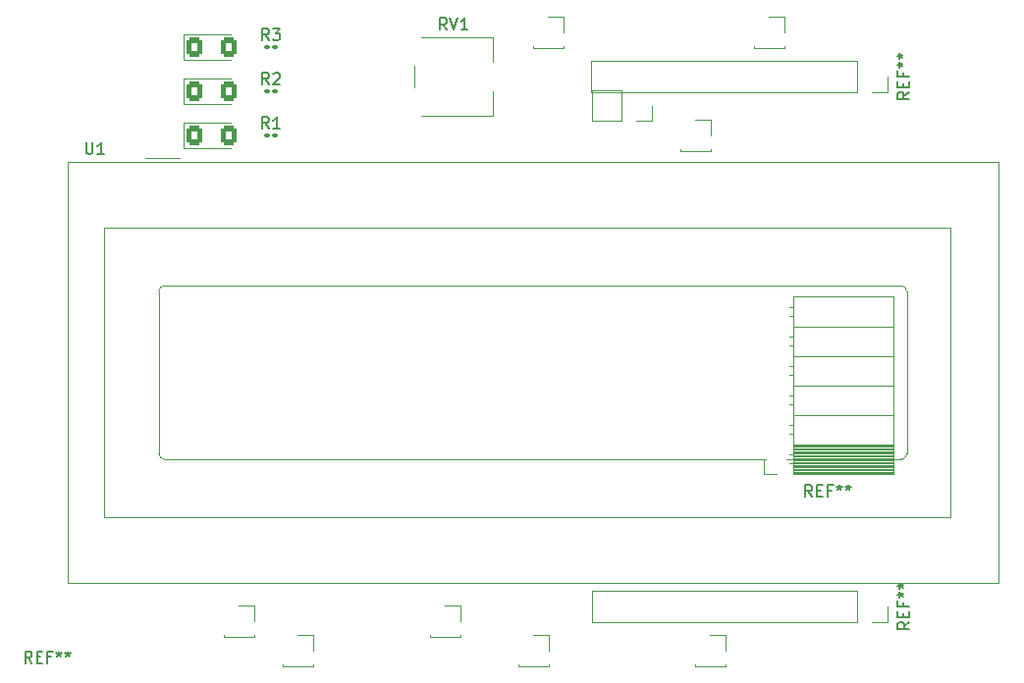
<source format=gto>
%TF.GenerationSoftware,KiCad,Pcbnew,(6.0.4-0)*%
%TF.CreationDate,2022-04-09T01:41:43-04:00*%
%TF.ProjectId,msp_stuff,6d73705f-7374-4756-9666-2e6b69636164,rev?*%
%TF.SameCoordinates,Original*%
%TF.FileFunction,Legend,Top*%
%TF.FilePolarity,Positive*%
%FSLAX46Y46*%
G04 Gerber Fmt 4.6, Leading zero omitted, Abs format (unit mm)*
G04 Created by KiCad (PCBNEW (6.0.4-0)) date 2022-04-09 01:41:43*
%MOMM*%
%LPD*%
G01*
G04 APERTURE LIST*
G04 Aperture macros list*
%AMRoundRect*
0 Rectangle with rounded corners*
0 $1 Rounding radius*
0 $2 $3 $4 $5 $6 $7 $8 $9 X,Y pos of 4 corners*
0 Add a 4 corners polygon primitive as box body*
4,1,4,$2,$3,$4,$5,$6,$7,$8,$9,$2,$3,0*
0 Add four circle primitives for the rounded corners*
1,1,$1+$1,$2,$3*
1,1,$1+$1,$4,$5*
1,1,$1+$1,$6,$7*
1,1,$1+$1,$8,$9*
0 Add four rect primitives between the rounded corners*
20,1,$1+$1,$2,$3,$4,$5,0*
20,1,$1+$1,$4,$5,$6,$7,0*
20,1,$1+$1,$6,$7,$8,$9,0*
20,1,$1+$1,$8,$9,$2,$3,0*%
G04 Aperture macros list end*
%ADD10C,0.150000*%
%ADD11C,0.120000*%
%ADD12C,3.000000*%
%ADD13R,1.800000X2.600000*%
%ADD14O,1.800000X2.600000*%
%ADD15R,1.700000X1.700000*%
%ADD16O,1.700000X1.700000*%
%ADD17RoundRect,0.250001X-0.462499X-0.624999X0.462499X-0.624999X0.462499X0.624999X-0.462499X0.624999X0*%
%ADD18RoundRect,0.100000X-0.130000X-0.100000X0.130000X-0.100000X0.130000X0.100000X-0.130000X0.100000X0*%
%ADD19R,2.500000X2.000000*%
%ADD20C,2.000000*%
G04 APERTURE END LIST*
D10*
%TO.C,U1*%
X85878095Y-106014880D02*
X85878095Y-106824404D01*
X85925714Y-106919642D01*
X85973333Y-106967261D01*
X86068571Y-107014880D01*
X86259047Y-107014880D01*
X86354285Y-106967261D01*
X86401904Y-106919642D01*
X86449523Y-106824404D01*
X86449523Y-106014880D01*
X87449523Y-107014880D02*
X86878095Y-107014880D01*
X87163809Y-107014880D02*
X87163809Y-106014880D01*
X87068571Y-106157738D01*
X86973333Y-106252976D01*
X86878095Y-106300595D01*
%TO.C,REF\u002A\u002A*%
X156862380Y-101663333D02*
X156386190Y-101996666D01*
X156862380Y-102234761D02*
X155862380Y-102234761D01*
X155862380Y-101853809D01*
X155910000Y-101758571D01*
X155957619Y-101710952D01*
X156052857Y-101663333D01*
X156195714Y-101663333D01*
X156290952Y-101710952D01*
X156338571Y-101758571D01*
X156386190Y-101853809D01*
X156386190Y-102234761D01*
X156338571Y-101234761D02*
X156338571Y-100901428D01*
X156862380Y-100758571D02*
X156862380Y-101234761D01*
X155862380Y-101234761D01*
X155862380Y-100758571D01*
X156338571Y-99996666D02*
X156338571Y-100330000D01*
X156862380Y-100330000D02*
X155862380Y-100330000D01*
X155862380Y-99853809D01*
X155862380Y-99330000D02*
X156100476Y-99330000D01*
X156005238Y-99568095D02*
X156100476Y-99330000D01*
X156005238Y-99091904D01*
X156290952Y-99472857D02*
X156100476Y-99330000D01*
X156290952Y-99187142D01*
X155862380Y-98568095D02*
X156100476Y-98568095D01*
X156005238Y-98806190D02*
X156100476Y-98568095D01*
X156005238Y-98330000D01*
X156290952Y-98710952D02*
X156100476Y-98568095D01*
X156290952Y-98425238D01*
X156892380Y-147383333D02*
X156416190Y-147716666D01*
X156892380Y-147954761D02*
X155892380Y-147954761D01*
X155892380Y-147573809D01*
X155940000Y-147478571D01*
X155987619Y-147430952D01*
X156082857Y-147383333D01*
X156225714Y-147383333D01*
X156320952Y-147430952D01*
X156368571Y-147478571D01*
X156416190Y-147573809D01*
X156416190Y-147954761D01*
X156368571Y-146954761D02*
X156368571Y-146621428D01*
X156892380Y-146478571D02*
X156892380Y-146954761D01*
X155892380Y-146954761D01*
X155892380Y-146478571D01*
X156368571Y-145716666D02*
X156368571Y-146050000D01*
X156892380Y-146050000D02*
X155892380Y-146050000D01*
X155892380Y-145573809D01*
X155892380Y-145050000D02*
X156130476Y-145050000D01*
X156035238Y-145288095D02*
X156130476Y-145050000D01*
X156035238Y-144811904D01*
X156320952Y-145192857D02*
X156130476Y-145050000D01*
X156320952Y-144907142D01*
X155892380Y-144288095D02*
X156130476Y-144288095D01*
X156035238Y-144526190D02*
X156130476Y-144288095D01*
X156035238Y-144050000D01*
X156320952Y-144430952D02*
X156130476Y-144288095D01*
X156320952Y-144145238D01*
X148506666Y-136547380D02*
X148173333Y-136071190D01*
X147935238Y-136547380D02*
X147935238Y-135547380D01*
X148316190Y-135547380D01*
X148411428Y-135595000D01*
X148459047Y-135642619D01*
X148506666Y-135737857D01*
X148506666Y-135880714D01*
X148459047Y-135975952D01*
X148411428Y-136023571D01*
X148316190Y-136071190D01*
X147935238Y-136071190D01*
X148935238Y-136023571D02*
X149268571Y-136023571D01*
X149411428Y-136547380D02*
X148935238Y-136547380D01*
X148935238Y-135547380D01*
X149411428Y-135547380D01*
X150173333Y-136023571D02*
X149840000Y-136023571D01*
X149840000Y-136547380D02*
X149840000Y-135547380D01*
X150316190Y-135547380D01*
X150840000Y-135547380D02*
X150840000Y-135785476D01*
X150601904Y-135690238D02*
X150840000Y-135785476D01*
X151078095Y-135690238D01*
X150697142Y-135975952D02*
X150840000Y-135785476D01*
X150982857Y-135975952D01*
X151601904Y-135547380D02*
X151601904Y-135785476D01*
X151363809Y-135690238D02*
X151601904Y-135785476D01*
X151840000Y-135690238D01*
X151459047Y-135975952D02*
X151601904Y-135785476D01*
X151744761Y-135975952D01*
%TO.C,R2*%
X101650833Y-101002380D02*
X101317500Y-100526190D01*
X101079404Y-101002380D02*
X101079404Y-100002380D01*
X101460357Y-100002380D01*
X101555595Y-100050000D01*
X101603214Y-100097619D01*
X101650833Y-100192857D01*
X101650833Y-100335714D01*
X101603214Y-100430952D01*
X101555595Y-100478571D01*
X101460357Y-100526190D01*
X101079404Y-100526190D01*
X102031785Y-100097619D02*
X102079404Y-100050000D01*
X102174642Y-100002380D01*
X102412738Y-100002380D01*
X102507976Y-100050000D01*
X102555595Y-100097619D01*
X102603214Y-100192857D01*
X102603214Y-100288095D01*
X102555595Y-100430952D01*
X101984166Y-101002380D01*
X102603214Y-101002380D01*
%TO.C,RV1*%
X116999761Y-96282380D02*
X116666428Y-95806190D01*
X116428333Y-96282380D02*
X116428333Y-95282380D01*
X116809285Y-95282380D01*
X116904523Y-95330000D01*
X116952142Y-95377619D01*
X116999761Y-95472857D01*
X116999761Y-95615714D01*
X116952142Y-95710952D01*
X116904523Y-95758571D01*
X116809285Y-95806190D01*
X116428333Y-95806190D01*
X117285476Y-95282380D02*
X117618809Y-96282380D01*
X117952142Y-95282380D01*
X118809285Y-96282380D02*
X118237857Y-96282380D01*
X118523571Y-96282380D02*
X118523571Y-95282380D01*
X118428333Y-95425238D01*
X118333095Y-95520476D01*
X118237857Y-95568095D01*
%TO.C,REF\u002A\u002A*%
X81216666Y-150922380D02*
X80883333Y-150446190D01*
X80645238Y-150922380D02*
X80645238Y-149922380D01*
X81026190Y-149922380D01*
X81121428Y-149970000D01*
X81169047Y-150017619D01*
X81216666Y-150112857D01*
X81216666Y-150255714D01*
X81169047Y-150350952D01*
X81121428Y-150398571D01*
X81026190Y-150446190D01*
X80645238Y-150446190D01*
X81645238Y-150398571D02*
X81978571Y-150398571D01*
X82121428Y-150922380D02*
X81645238Y-150922380D01*
X81645238Y-149922380D01*
X82121428Y-149922380D01*
X82883333Y-150398571D02*
X82550000Y-150398571D01*
X82550000Y-150922380D02*
X82550000Y-149922380D01*
X83026190Y-149922380D01*
X83550000Y-149922380D02*
X83550000Y-150160476D01*
X83311904Y-150065238D02*
X83550000Y-150160476D01*
X83788095Y-150065238D01*
X83407142Y-150350952D02*
X83550000Y-150160476D01*
X83692857Y-150350952D01*
X84311904Y-149922380D02*
X84311904Y-150160476D01*
X84073809Y-150065238D02*
X84311904Y-150160476D01*
X84550000Y-150065238D01*
X84169047Y-150350952D02*
X84311904Y-150160476D01*
X84454761Y-150350952D01*
%TO.C,R1*%
X101650833Y-104812380D02*
X101317500Y-104336190D01*
X101079404Y-104812380D02*
X101079404Y-103812380D01*
X101460357Y-103812380D01*
X101555595Y-103860000D01*
X101603214Y-103907619D01*
X101650833Y-104002857D01*
X101650833Y-104145714D01*
X101603214Y-104240952D01*
X101555595Y-104288571D01*
X101460357Y-104336190D01*
X101079404Y-104336190D01*
X102603214Y-104812380D02*
X102031785Y-104812380D01*
X102317500Y-104812380D02*
X102317500Y-103812380D01*
X102222261Y-103955238D01*
X102127023Y-104050476D01*
X102031785Y-104098095D01*
%TO.C,R3*%
X101650833Y-97192380D02*
X101317500Y-96716190D01*
X101079404Y-97192380D02*
X101079404Y-96192380D01*
X101460357Y-96192380D01*
X101555595Y-96240000D01*
X101603214Y-96287619D01*
X101650833Y-96382857D01*
X101650833Y-96525714D01*
X101603214Y-96620952D01*
X101555595Y-96668571D01*
X101460357Y-96716190D01*
X101079404Y-96716190D01*
X101984166Y-96192380D02*
X102603214Y-96192380D01*
X102269880Y-96573333D01*
X102412738Y-96573333D01*
X102507976Y-96620952D01*
X102555595Y-96668571D01*
X102603214Y-96763809D01*
X102603214Y-97001904D01*
X102555595Y-97097142D01*
X102507976Y-97144761D01*
X102412738Y-97192380D01*
X102127023Y-97192380D01*
X102031785Y-97144761D01*
X101984166Y-97097142D01*
D11*
%TO.C,U1*%
X156160660Y-133372500D02*
X92660000Y-133372500D01*
X160460000Y-138372500D02*
X87460000Y-138372500D01*
X87460000Y-138372500D02*
X87460000Y-113372500D01*
X164600000Y-107732500D02*
X85120000Y-107732500D01*
X90960000Y-107372500D02*
X93960000Y-107372500D01*
X84320000Y-107732500D02*
X84320000Y-144012500D01*
X156660000Y-118872500D02*
X156660000Y-132872500D01*
X92660000Y-118372500D02*
X156160000Y-118372500D01*
X84330000Y-107732500D02*
X85120000Y-107732500D01*
X87460000Y-113372500D02*
X160460000Y-113372500D01*
X160460000Y-113372500D02*
X160460000Y-138372500D01*
X164600000Y-144012500D02*
X164600000Y-107732500D01*
X84320000Y-144012500D02*
X164600000Y-144012500D01*
X92160280Y-132871820D02*
X92160280Y-118872500D01*
X156660000Y-118872500D02*
G75*
G03*
X156160000Y-118372500I-500000J0D01*
G01*
X156160660Y-133372140D02*
G75*
G03*
X156661040Y-132871820I40J500340D01*
G01*
X92160280Y-132871820D02*
G75*
G03*
X92660660Y-133372200I500380J0D01*
G01*
X92660660Y-118370960D02*
G75*
G03*
X92160280Y-118871340I0J-500380D01*
G01*
%TO.C,REF\u002A\u002A*%
X154970000Y-100330000D02*
X154970000Y-101660000D01*
X154970000Y-101660000D02*
X153640000Y-101660000D01*
X152370000Y-101660000D02*
X129450000Y-101660000D01*
X152370000Y-99000000D02*
X152370000Y-101660000D01*
X129450000Y-99000000D02*
X129450000Y-101660000D01*
X152370000Y-99000000D02*
X129450000Y-99000000D01*
X152400000Y-144720000D02*
X129480000Y-144720000D01*
X152400000Y-147380000D02*
X129480000Y-147380000D01*
X155000000Y-147380000D02*
X153670000Y-147380000D01*
X155000000Y-146050000D02*
X155000000Y-147380000D01*
X129480000Y-144720000D02*
X129480000Y-147380000D01*
X152400000Y-144720000D02*
X152400000Y-147380000D01*
%TO.C,D3*%
X98337500Y-96655000D02*
X94277500Y-96655000D01*
X94277500Y-96655000D02*
X94277500Y-98925000D01*
X94277500Y-98925000D02*
X98337500Y-98925000D01*
%TO.C,REF\u002A\u002A*%
X146920000Y-132965000D02*
X146570000Y-132965000D01*
X155550000Y-133590240D02*
X146920000Y-133590240D01*
X146920000Y-131145000D02*
X146510000Y-131145000D01*
X146920000Y-134655000D02*
X146920000Y-119295000D01*
X155550000Y-132291195D02*
X146920000Y-132291195D01*
X155550000Y-132055000D02*
X146920000Y-132055000D01*
X155550000Y-132409290D02*
X146920000Y-132409290D01*
X146920000Y-133685000D02*
X146570000Y-133685000D01*
X146920000Y-126065000D02*
X146510000Y-126065000D01*
X155550000Y-132645480D02*
X146920000Y-132645480D01*
X155550000Y-126975000D02*
X146920000Y-126975000D01*
X155550000Y-134535000D02*
X146920000Y-134535000D01*
X155550000Y-129515000D02*
X146920000Y-129515000D01*
X155550000Y-134416905D02*
X146920000Y-134416905D01*
X155550000Y-134655000D02*
X146920000Y-134655000D01*
X155550000Y-133472145D02*
X146920000Y-133472145D01*
X146920000Y-120985000D02*
X146510000Y-120985000D01*
X146920000Y-120265000D02*
X146510000Y-120265000D01*
X155550000Y-133117860D02*
X146920000Y-133117860D01*
X145460000Y-134655000D02*
X144350000Y-134655000D01*
X146920000Y-130425000D02*
X146510000Y-130425000D01*
X155550000Y-132999765D02*
X146920000Y-132999765D01*
X155550000Y-133354050D02*
X146920000Y-133354050D01*
X155550000Y-121895000D02*
X146920000Y-121895000D01*
X146920000Y-122805000D02*
X146510000Y-122805000D01*
X144350000Y-134655000D02*
X144350000Y-133325000D01*
X155550000Y-134062620D02*
X146920000Y-134062620D01*
X155550000Y-119295000D02*
X146920000Y-119295000D01*
X146920000Y-127885000D02*
X146510000Y-127885000D01*
X155550000Y-124435000D02*
X146920000Y-124435000D01*
X155550000Y-132763575D02*
X146920000Y-132763575D01*
X155550000Y-133235955D02*
X146920000Y-133235955D01*
X155550000Y-133826430D02*
X146920000Y-133826430D01*
X155550000Y-133708335D02*
X146920000Y-133708335D01*
X146920000Y-128605000D02*
X146510000Y-128605000D01*
X155550000Y-134655000D02*
X155550000Y-119295000D01*
X155550000Y-134298810D02*
X146920000Y-134298810D01*
X155550000Y-133944525D02*
X146920000Y-133944525D01*
X155550000Y-132881670D02*
X146920000Y-132881670D01*
X155550000Y-132527385D02*
X146920000Y-132527385D01*
X155550000Y-132173100D02*
X146920000Y-132173100D01*
X146920000Y-125345000D02*
X146510000Y-125345000D01*
X146920000Y-123525000D02*
X146510000Y-123525000D01*
X155550000Y-134180715D02*
X146920000Y-134180715D01*
X124400000Y-97730000D02*
X124400000Y-97850000D01*
X125730000Y-95190000D02*
X127060000Y-95190000D01*
X127060000Y-95190000D02*
X127060000Y-96520000D01*
X124400000Y-97850000D02*
X127060000Y-97850000D01*
X127060000Y-97730000D02*
X127060000Y-97850000D01*
%TO.C,RV1*%
X120965000Y-96959000D02*
X120965000Y-99090000D01*
X114761000Y-103700000D02*
X120965000Y-103700000D01*
X114761000Y-96959000D02*
X120965000Y-96959000D01*
X120965000Y-101570000D02*
X120965000Y-103700000D01*
X114225000Y-99421000D02*
X114225000Y-101240000D01*
%TO.C,REF\u002A\u002A*%
X129480000Y-101515000D02*
X129480000Y-104175000D01*
X134680000Y-104175000D02*
X133350000Y-104175000D01*
X132080000Y-101515000D02*
X132080000Y-104175000D01*
X134680000Y-102845000D02*
X134680000Y-104175000D01*
X132080000Y-101515000D02*
X129480000Y-101515000D01*
X132080000Y-104175000D02*
X129480000Y-104175000D01*
X125790000Y-148530000D02*
X125790000Y-149860000D01*
X123130000Y-151190000D02*
X125790000Y-151190000D01*
X123130000Y-151070000D02*
X123130000Y-151190000D01*
X124460000Y-148530000D02*
X125790000Y-148530000D01*
X125790000Y-151070000D02*
X125790000Y-151190000D01*
X105470000Y-148530000D02*
X105470000Y-149860000D01*
X102810000Y-151190000D02*
X105470000Y-151190000D01*
X102810000Y-151070000D02*
X102810000Y-151190000D01*
X104140000Y-148530000D02*
X105470000Y-148530000D01*
X105470000Y-151070000D02*
X105470000Y-151190000D01*
%TO.C,D1*%
X94277500Y-106545000D02*
X98337500Y-106545000D01*
X94277500Y-104275000D02*
X94277500Y-106545000D01*
X98337500Y-104275000D02*
X94277500Y-104275000D01*
%TO.C,REF\u002A\u002A*%
X118170000Y-145990000D02*
X118170000Y-147320000D01*
X115510000Y-148650000D02*
X118170000Y-148650000D01*
X115510000Y-148530000D02*
X115510000Y-148650000D01*
X116840000Y-145990000D02*
X118170000Y-145990000D01*
X118170000Y-148530000D02*
X118170000Y-148650000D01*
X100390000Y-145990000D02*
X100390000Y-147320000D01*
X97730000Y-148650000D02*
X100390000Y-148650000D01*
X97730000Y-148530000D02*
X97730000Y-148650000D01*
X99060000Y-145990000D02*
X100390000Y-145990000D01*
X100390000Y-148530000D02*
X100390000Y-148650000D01*
X141030000Y-148530000D02*
X141030000Y-149860000D01*
X138370000Y-151190000D02*
X141030000Y-151190000D01*
X138370000Y-151070000D02*
X138370000Y-151190000D01*
X139700000Y-148530000D02*
X141030000Y-148530000D01*
X141030000Y-151070000D02*
X141030000Y-151190000D01*
X137100000Y-106620000D02*
X137100000Y-106740000D01*
X138430000Y-104080000D02*
X139760000Y-104080000D01*
X137100000Y-106740000D02*
X139760000Y-106740000D01*
X139760000Y-106620000D02*
X139760000Y-106740000D01*
X139760000Y-104080000D02*
X139760000Y-105410000D01*
X143450000Y-97730000D02*
X143450000Y-97850000D01*
X144780000Y-95190000D02*
X146110000Y-95190000D01*
X143450000Y-97850000D02*
X146110000Y-97850000D01*
X146110000Y-97730000D02*
X146110000Y-97850000D01*
X146110000Y-95190000D02*
X146110000Y-96520000D01*
%TO.C,D2*%
X98337500Y-100465000D02*
X94277500Y-100465000D01*
X94277500Y-102735000D02*
X98337500Y-102735000D01*
X94277500Y-100465000D02*
X94277500Y-102735000D01*
%TD*%
%LPC*%
D12*
%TO.C,U1*%
X86960900Y-141373200D03*
X86960900Y-110372500D03*
X161959480Y-141373200D03*
X161960000Y-110372500D03*
D13*
X92460000Y-110372500D03*
D14*
X95000000Y-110372500D03*
X97540000Y-110372500D03*
X100080000Y-110372500D03*
X102620000Y-110372500D03*
X105160000Y-110372500D03*
X107700000Y-110372500D03*
X110240000Y-110372500D03*
X112780000Y-110372500D03*
X115320000Y-110372500D03*
X117860000Y-110372500D03*
X120400000Y-110372500D03*
X122940000Y-110372500D03*
X125480000Y-110372500D03*
X128020000Y-110372500D03*
X130560000Y-110372500D03*
%TD*%
D15*
%TO.C,REF\u002A\u002A*%
X153640000Y-100330000D03*
D16*
X151100000Y-100330000D03*
X148560000Y-100330000D03*
X146020000Y-100330000D03*
X143480000Y-100330000D03*
X140940000Y-100330000D03*
X138400000Y-100330000D03*
X135860000Y-100330000D03*
X133320000Y-100330000D03*
X130780000Y-100330000D03*
%TD*%
D15*
%TO.C,REF\u002A\u002A*%
X153670000Y-146050000D03*
D16*
X151130000Y-146050000D03*
X148590000Y-146050000D03*
X146050000Y-146050000D03*
X143510000Y-146050000D03*
X140970000Y-146050000D03*
X138430000Y-146050000D03*
X135890000Y-146050000D03*
X133350000Y-146050000D03*
X130810000Y-146050000D03*
%TD*%
D17*
%TO.C,D3*%
X95250000Y-97790000D03*
X98225000Y-97790000D03*
%TD*%
D15*
%TO.C,REF\u002A\u002A*%
X145460000Y-133325000D03*
D16*
X145460000Y-130785000D03*
X145460000Y-128245000D03*
X145460000Y-125705000D03*
X145460000Y-123165000D03*
X145460000Y-120625000D03*
%TD*%
D18*
%TO.C,R2*%
X102137500Y-101600000D03*
X101497500Y-101600000D03*
%TD*%
D15*
%TO.C,REF\u002A\u002A*%
X125730000Y-96520000D03*
%TD*%
D19*
%TO.C,RV1*%
X113270000Y-102480000D03*
X121920000Y-100330000D03*
X113270000Y-98180000D03*
%TD*%
D20*
%TO.C,REF\u002A\u002A*%
X82550000Y-97790000D03*
%TD*%
D15*
%TO.C,REF\u002A\u002A*%
X133350000Y-102845000D03*
D16*
X130810000Y-102845000D03*
%TD*%
D20*
%TO.C,REF\u002A\u002A*%
X82550000Y-153670000D03*
%TD*%
D15*
%TO.C,REF\u002A\u002A*%
X124460000Y-149860000D03*
%TD*%
D18*
%TO.C,R1*%
X102137500Y-105410000D03*
X101497500Y-105410000D03*
%TD*%
D15*
%TO.C,REF\u002A\u002A*%
X104140000Y-149860000D03*
%TD*%
D20*
%TO.C,REF\u002A\u002A*%
X163830000Y-97790000D03*
%TD*%
D17*
%TO.C,D1*%
X95250000Y-105410000D03*
X98225000Y-105410000D03*
%TD*%
D20*
%TO.C,REF\u002A\u002A*%
X163830000Y-153670000D03*
%TD*%
D15*
%TO.C,REF\u002A\u002A*%
X116840000Y-147320000D03*
%TD*%
%TO.C,REF\u002A\u002A*%
X99060000Y-147320000D03*
%TD*%
%TO.C,REF\u002A\u002A*%
X139700000Y-149860000D03*
%TD*%
%TO.C,REF\u002A\u002A*%
X138430000Y-105410000D03*
%TD*%
D18*
%TO.C,R3*%
X102137500Y-97790000D03*
X101497500Y-97790000D03*
%TD*%
D15*
%TO.C,REF\u002A\u002A*%
X144780000Y-96520000D03*
%TD*%
D17*
%TO.C,D2*%
X95250000Y-101600000D03*
X98225000Y-101600000D03*
%TD*%
M02*

</source>
